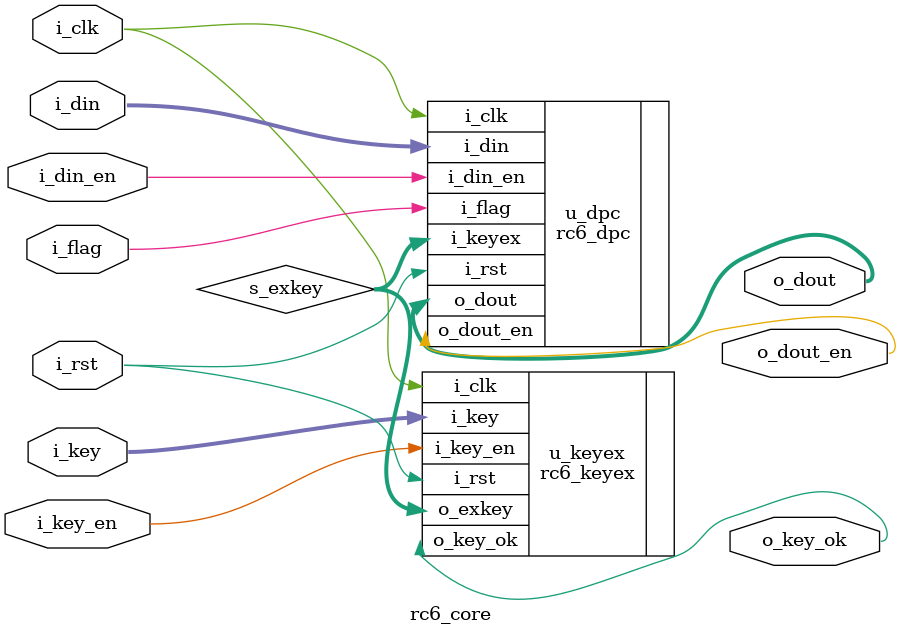
<source format=v>
/*  
Copyright 2019 XCrypt Studio                
																	 
Licensed under the Apache License, Version 2.0 (the "License");         
you may not use this file except in compliance with the License.        
You may obtain a copy of the License at                                 
																	 
 http://www.apache.org/licenses/LICENSE-2.0                          
																	 
Unless required by applicable law or agreed to in writing, software    
distributed under the License is distributed on an "AS IS" BASIS,       
WITHOUT WARRANTIES OR CONDITIONS OF ANY KIND, either express or implied.
See the License for the specific language governing permissions and     
limitations under the License.                                          
*/  

// ------------------------------------------------------------------------------
// File name        :   rc6_core.v
// Function         :   RC6 Cryptographic Algorithm Core (KeyLen = 16,Round = 20)
// ------------------------------------------------------------------------------
// Author           :   Xie
// Version          £º  v-1.0
// Date				:   2019-2-1
// Email            :   xcrypt@126.com
// ------------------------------------------------------------------------------

module rc6_core(
    input           i_clk,
    input           i_rst,
    input           i_flag,    //1-encrypt,0-decrypt
    input  [127:0]  i_key,
    input           i_key_en,  //1-key init start
	output 			o_key_ok,  //1-key init done
    input  [127:0]   i_din,
    input           i_din_en,
    output [127:0]   o_dout,
    output          o_dout_en
    );
 
	wire  [32*44-1:0] s_exkey;
 
	//key expand
	rc6_keyex u_keyex(
	.i_clk		(i_clk		),
	.i_rst		(i_rst		),
	.i_key		(i_key		),
	.i_key_en	(i_key_en	),
	.o_exkey	(s_exkey	),
	.o_key_ok	(o_key_ok	)	
	);

	// data encrypt or decrypt
	rc6_dpc u_dpc(
	.i_clk		(i_clk		),
	.i_rst		(i_rst		),	
	.i_flag		(i_flag		),
	.i_keyex	(s_exkey	),
    .i_din		(i_din		),
    .i_din_en	(i_din_en	),
    .o_dout		(o_dout		),
    .o_dout_en	(o_dout_en	)
	);	
	
endmodule

</source>
